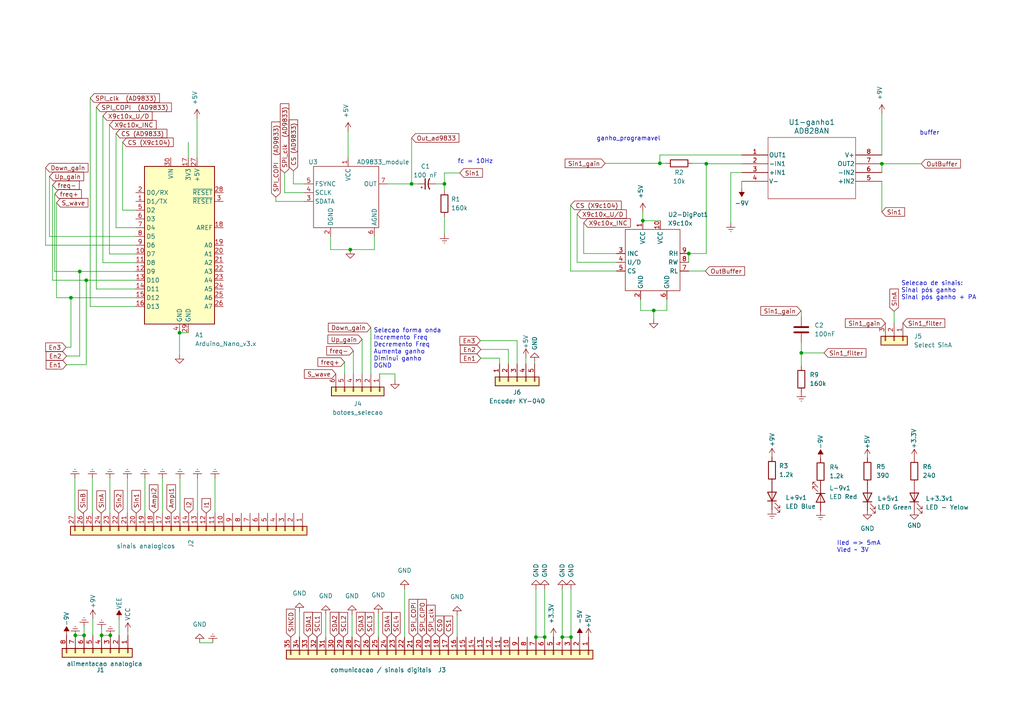
<source format=kicad_sch>
(kicad_sch (version 20230121) (generator eeschema)
  (paper "A4")
  (title_block (title "Gerador de sinais AD9833") (date "2024-06-06") (rev "v02") (company "EITduino") (comment 1 "Autor: Gustavo Pinheiro") (comment 2 "Baseado no barramento V04") (comment 3 "potenciometro digital: x9c104 (100k)"))
  (lib_symbols
    (symbol "AD828AN:AD828AN" (pin_names (offset 0.254))
      (property "Reference" "U" (at 20.32 10.16 0))
      (property "Value" "AD828AN" (at 20.32 7.62 0))
      (symbol "AD828AN_0_1"
        (pin unspecified line (at 0 0 0) (length 7.62) (name "OUT1") (number "1"))
        (pin unspecified line (at 0 -2.54 0) (length 7.62) (name "-IN1") (number "2"))
        (pin unspecified line (at 0 -5.08 0) (length 7.62) (name "+IN1") (number "3"))
        (pin power_in line (at 0 -7.62 0) (length 7.62) (name "V-") (number "4"))
        (pin unspecified line (at 40.64 -7.62 180) (length 7.62) (name "+IN2") (number "5"))
        (pin unspecified line (at 40.64 -5.08 180) (length 7.62) (name "-IN2") (number "6"))
        (pin unspecified line (at 40.64 -2.54 180) (length 7.62) (name "OUT2") (number "7"))
        (pin power_in line (at 40.64 0 180) (length 7.62) (name "V+") (number "8"))
      )
    )
    (symbol "AD9833_module:ad9833_module"
      (property "Reference" "U" (at -8.382 9.144 0))
      (property "Value" "AD9833 module" (at 18.034 -8.382 0))
      (symbol "ad9833_module_1_1"
        (pin passive line (at 0 10.16 270) (length 2.54) (name "VCC") (number "1"))
        (pin passive line (at -5.08 -12.7 90) (length 2.54) (name "DGND") (number "2"))
        (pin passive line (at -12.7 -2.54 0) (length 2.54) (name "SDATA") (number "3"))
        (pin passive line (at -12.7 0 0) (length 2.54) (name "SCLK") (number "4"))
        (pin passive line (at -12.7 2.54 0) (length 2.54) (name "FSYNC") (number "5"))
        (pin passive line (at 7.62 -12.7 90) (length 2.54) (name "AGND") (number "6"))
        (pin passive line (at 11.43 2.54 180) (length 2.54) (name "OUT") (number "7"))
      )
    )
    (symbol "Connector_Generic:Conn_01x03" (pin_names (offset 1.016) hide)
      (property "Reference" "J" (at 0 5.08 0))
      (property "Value" "Conn_01x03" (at 0 -5.08 0))
      (symbol "Conn_01x03_1_1"
        (pin passive line (at -5.08 2.54 0) (length 3.81) (name "Pin_1") (number "1"))
        (pin passive line (at -5.08 0 0) (length 3.81) (name "Pin_2") (number "2"))
        (pin passive line (at -5.08 -2.54 0) (length 3.81) (name "Pin_3") (number "3"))
      )
    )
    (symbol "Connector_Generic:Conn_01x05" (pin_names (offset 1.016) hide)
      (property "Reference" "J" (at 0 7.62 0))
      (property "Value" "Conn_01x05" (at 0 -7.62 0))
      (symbol "Conn_01x05_1_1"
        (pin passive line (at -5.08 5.08 0) (length 3.81) (name "Pin_1") (number "1"))
        (pin passive line (at -5.08 2.54 0) (length 3.81) (name "Pin_2") (number "2"))
        (pin passive line (at -5.08 0 0) (length 3.81) (name "Pin_3") (number "3"))
        (pin passive line (at -5.08 -2.54 0) (length 3.81) (name "Pin_4") (number "4"))
        (pin passive line (at -5.08 -5.08 0) (length 3.81) (name "Pin_5") (number "5"))
      )
    )
    (symbol "Connector_Generic:Conn_01x06" (pin_names (offset 1.016) hide)
      (property "Reference" "J" (at 0 7.62 0))
      (property "Value" "Conn_01x06" (at 0 -10.16 0))
      (symbol "Conn_01x06_1_1"
        (pin passive line (at -5.08 5.08 0) (length 3.81) (name "Pin_1") (number "1"))
        (pin passive line (at -5.08 2.54 0) (length 3.81) (name "Pin_2") (number "2"))
        (pin passive line (at -5.08 0 0) (length 3.81) (name "Pin_3") (number "3"))
        (pin passive line (at -5.08 -2.54 0) (length 3.81) (name "Pin_4") (number "4"))
        (pin passive line (at -5.08 -5.08 0) (length 3.81) (name "Pin_5") (number "5"))
        (pin passive line (at -5.08 -7.62 0) (length 3.81) (name "Pin_6") (number "6"))
      )
    )
    (symbol "Connector_Generic:Conn_01x08" (pin_names (offset 1.016) hide)
      (property "Reference" "J" (at 0 10.16 0))
      (property "Value" "Conn_01x08" (at 0 -12.7 0))
      (symbol "Conn_01x08_1_1"
        (pin passive line (at -5.08 7.62 0) (length 3.81) (name "Pin_1") (number "1"))
        (pin passive line (at -5.08 5.08 0) (length 3.81) (name "Pin_2") (number "2"))
        (pin passive line (at -5.08 2.54 0) (length 3.81) (name "Pin_3") (number "3"))
        (pin passive line (at -5.08 0 0) (length 3.81) (name "Pin_4") (number "4"))
        (pin passive line (at -5.08 -2.54 0) (length 3.81) (name "Pin_5") (number "5"))
        (pin passive line (at -5.08 -5.08 0) (length 3.81) (name "Pin_6") (number "6"))
        (pin passive line (at -5.08 -7.62 0) (length 3.81) (name "Pin_7") (number "7"))
        (pin passive line (at -5.08 -10.16 0) (length 3.81) (name "Pin_8") (number "8"))
      )
    )
    (symbol "Connector_Generic:Conn_01x27" (pin_names (offset 1.016) hide)
      (property "Reference" "J" (at 0 35.56 0))
      (property "Value" "Conn_01x27" (at 0 -35.56 0))
      (symbol "Conn_01x27_1_1"
        (pin passive line (at -5.08 33.02 0) (length 3.81) (name "Pin_1") (number "1"))
        (pin passive line (at -5.08 10.16 0) (length 3.81) (name "Pin_10") (number "10"))
        (pin passive line (at -5.08 7.62 0) (length 3.81) (name "Pin_11") (number "11"))
        (pin passive line (at -5.08 5.08 0) (length 3.81) (name "Pin_12") (number "12"))
        (pin passive line (at -5.08 2.54 0) (length 3.81) (name "Pin_13") (number "13"))
        (pin passive line (at -5.08 0 0) (length 3.81) (name "Pin_14") (number "14"))
        (pin passive line (at -5.08 -2.54 0) (length 3.81) (name "Pin_15") (number "15"))
        (pin passive line (at -5.08 -5.08 0) (length 3.81) (name "Pin_16") (number "16"))
        (pin passive line (at -5.08 -7.62 0) (length 3.81) (name "Pin_17") (number "17"))
        (pin passive line (at -5.08 -10.16 0) (length 3.81) (name "Pin_18") (number "18"))
        (pin passive line (at -5.08 -12.7 0) (length 3.81) (name "Pin_19") (number "19"))
        (pin passive line (at -5.08 30.48 0) (length 3.81) (name "Pin_2") (number "2"))
        (pin passive line (at -5.08 -15.24 0) (length 3.81) (name "Pin_20") (number "20"))
        (pin passive line (at -5.08 -17.78 0) (length 3.81) (name "Pin_21") (number "21"))
        (pin passive line (at -5.08 -20.32 0) (length 3.81) (name "Pin_22") (number "22"))
        (pin passive line (at -5.08 -22.86 0) (length 3.81) (name "Pin_23") (number "23"))
        (pin passive line (at -5.08 -25.4 0) (length 3.81) (name "Pin_24") (number "24"))
        (pin passive line (at -5.08 -27.94 0) (length 3.81) (name "Pin_25") (number "25"))
        (pin passive line (at -5.08 -30.48 0) (length 3.81) (name "Pin_26") (number "26"))
        (pin passive line (at -5.08 -33.02 0) (length 3.81) (name "Pin_27") (number "27"))
        (pin passive line (at -5.08 27.94 0) (length 3.81) (name "Pin_3") (number "3"))
        (pin passive line (at -5.08 25.4 0) (length 3.81) (name "Pin_4") (number "4"))
        (pin passive line (at -5.08 22.86 0) (length 3.81) (name "Pin_5") (number "5"))
        (pin passive line (at -5.08 20.32 0) (length 3.81) (name "Pin_6") (number "6"))
        (pin passive line (at -5.08 17.78 0) (length 3.81) (name "Pin_7") (number "7"))
        (pin passive line (at -5.08 15.24 0) (length 3.81) (name "Pin_8") (number "8"))
        (pin passive line (at -5.08 12.7 0) (length 3.81) (name "Pin_9") (number "9"))
      )
    )
    (symbol "Connector_Generic:Conn_01x35" (pin_names (offset 1.016) hide)
      (property "Reference" "J" (at 0 45.72 0))
      (property "Value" "Conn_01x35" (at 0 -45.72 0))
      (symbol "Conn_01x35_1_1"
        (pin passive line (at -5.08 43.18 0) (length 3.81) (name "Pin_1") (number "1"))
        (pin passive line (at -5.08 20.32 0) (length 3.81) (name "Pin_10") (number "10"))
        (pin passive line (at -5.08 17.78 0) (length 3.81) (name "Pin_11") (number "11"))
        (pin passive line (at -5.08 15.24 0) (length 3.81) (name "Pin_12") (number "12"))
        (pin passive line (at -5.08 12.7 0) (length 3.81) (name "Pin_13") (number "13"))
        (pin passive line (at -5.08 10.16 0) (length 3.81) (name "Pin_14") (number "14"))
        (pin passive line (at -5.08 7.62 0) (length 3.81) (name "Pin_15") (number "15"))
        (pin passive line (at -5.08 5.08 0) (length 3.81) (name "Pin_16") (number "16"))
        (pin passive line (at -5.08 2.54 0) (length 3.81) (name "Pin_17") (number "17"))
        (pin passive line (at -5.08 0 0) (length 3.81) (name "Pin_18") (number "18"))
        (pin passive line (at -5.08 -2.54 0) (length 3.81) (name "Pin_19") (number "19"))
        (pin passive line (at -5.08 40.64 0) (length 3.81) (name "Pin_2") (number "2"))
        (pin passive line (at -5.08 -5.08 0) (length 3.81) (name "Pin_20") (number "20"))
        (pin passive line (at -5.08 -7.62 0) (length 3.81) (name "Pin_21") (number "21"))
        (pin passive line (at -5.08 -10.16 0) (length 3.81) (name "Pin_22") (number "22"))
        (pin passive line (at -5.08 -12.7 0) (length 3.81) (name "Pin_23") (number "23"))
        (pin passive line (at -5.08 -15.24 0) (length 3.81) (name "Pin_24") (number "24"))
        (pin passive line (at -5.08 -17.78 0) (length 3.81) (name "Pin_25") (number "25"))
        (pin passive line (at -5.08 -20.32 0) (length 3.81) (name "Pin_26") (number "26"))
        (pin passive line (at -5.08 -22.86 0) (length 3.81) (name "Pin_27") (number "27"))
        (pin passive line (at -5.08 -25.4 0) (length 3.81) (name "Pin_28") (number "28"))
        (pin passive line (at -5.08 -27.94 0) (length 3.81) (name "Pin_29") (number "29"))
        (pin passive line (at -5.08 38.1 0) (length 3.81) (name "Pin_3") (number "3"))
        (pin passive line (at -5.08 -30.48 0) (length 3.81) (name "Pin_30") (number "30"))
        (pin passive line (at -5.08 -33.02 0) (length 3.81) (name "Pin_31") (number "31"))
        (pin passive line (at -5.08 -35.56 0) (length 3.81) (name "Pin_32") (number "32"))
        (pin passive line (at -5.08 -38.1 0) (length 3.81) (name "Pin_33") (number "33"))
        (pin passive line (at -5.08 -40.64 0) (length 3.81) (name "Pin_34") (number "34"))
        (pin passive line (at -5.08 -43.18 0) (length 3.81) (name "Pin_35") (number "35"))
        (pin passive line (at -5.08 35.56 0) (length 3.81) (name "Pin_4") (number "4"))
        (pin passive line (at -5.08 33.02 0) (length 3.81) (name "Pin_5") (number "5"))
        (pin passive line (at -5.08 30.48 0) (length 3.81) (name "Pin_6") (number "6"))
        (pin passive line (at -5.08 27.94 0) (length 3.81) (name "Pin_7") (number "7"))
        (pin passive line (at -5.08 25.4 0) (length 3.81) (name "Pin_8") (number "8"))
        (pin passive line (at -5.08 22.86 0) (length 3.81) (name "Pin_9") (number "9"))
      )
    )
    (symbol "Device:C" (pin_numbers hide) (pin_names (offset 0.254))
      (property "Reference" "C" (at 0.635 2.54 0))
      (property "Value" "C" (at 0.635 -2.54 0))
      (symbol "C_1_1"
        (pin passive line (at 0 3.81 270) (length 2.794) (name "~") (number "1"))
        (pin passive line (at 0 -3.81 90) (length 2.794) (name "~") (number "2"))
      )
    )
    (symbol "Device:C_Polarized_Small_US" (pin_numbers hide) (pin_names (offset 0.254) hide)
      (property "Reference" "C" (at 0.254 1.778 0))
      (property "Value" "C_Polarized_Small_US" (at 0.254 -2.032 0))
      (symbol "C_Polarized_Small_US_1_1"
        (pin passive line (at 0 2.54 270) (length 2.032) (name "~") (number "1"))
        (pin passive line (at 0 -2.54 90) (length 2.032) (name "~") (number "2"))
      )
    )
    (symbol "Device:LED" (pin_numbers hide) (pin_names (offset 1.016) hide)
      (property "Reference" "D" (at 0 2.54 0))
      (property "Value" "LED" (at 0 -2.54 0))
      (symbol "LED_1_1"
        (pin passive line (at -3.81 0 0) (length 2.54) (name "K") (number "1"))
        (pin passive line (at 3.81 0 180) (length 2.54) (name "A") (number "2"))
      )
    )
    (symbol "Device:R" (pin_numbers hide) (pin_names (offset 0))
      (property "Reference" "R" (at 2.032 0 90))
      (property "Value" "R" (at 0 0 90))
      (symbol "R_1_1"
        (pin passive line (at 0 3.81 270) (length 1.27) (name "~") (number "1"))
        (pin passive line (at 0 -3.81 90) (length 1.27) (name "~") (number "2"))
      )
    )
    (symbol "MCU_Module:Arduino_Nano_v3.x"
      (property "Reference" "A" (at -10.16 23.495 0))
      (property "Value" "Arduino_Nano_v3.x" (at 5.08 -24.13 0))
      (symbol "Arduino_Nano_v3.x_1_1"
        (pin bidirectional line (at -12.7 12.7 0) (length 2.54) (name "D1/TX") (number "1"))
        (pin bidirectional line (at -12.7 -2.54 0) (length 2.54) (name "D7") (number "10"))
        (pin bidirectional line (at -12.7 -5.08 0) (length 2.54) (name "D8") (number "11"))
        (pin bidirectional line (at -12.7 -7.62 0) (length 2.54) (name "D9") (number "12"))
        (pin bidirectional line (at -12.7 -10.16 0) (length 2.54) (name "D10") (number "13"))
        (pin bidirectional line (at -12.7 -12.7 0) (length 2.54) (name "D11") (number "14"))
        (pin bidirectional line (at -12.7 -15.24 0) (length 2.54) (name "D12") (number "15"))
        (pin bidirectional line (at -12.7 -17.78 0) (length 2.54) (name "D13") (number "16"))
        (pin power_out line (at 2.54 25.4 270) (length 2.54) (name "3V3") (number "17"))
        (pin input line (at 12.7 5.08 180) (length 2.54) (name "AREF") (number "18"))
        (pin bidirectional line (at 12.7 0 180) (length 2.54) (name "A0") (number "19"))
        (pin bidirectional line (at -12.7 15.24 0) (length 2.54) (name "D0/RX") (number "2"))
        (pin bidirectional line (at 12.7 -2.54 180) (length 2.54) (name "A1") (number "20"))
        (pin bidirectional line (at 12.7 -5.08 180) (length 2.54) (name "A2") (number "21"))
        (pin bidirectional line (at 12.7 -7.62 180) (length 2.54) (name "A3") (number "22"))
        (pin bidirectional line (at 12.7 -10.16 180) (length 2.54) (name "A4") (number "23"))
        (pin bidirectional line (at 12.7 -12.7 180) (length 2.54) (name "A5") (number "24"))
        (pin bidirectional line (at 12.7 -15.24 180) (length 2.54) (name "A6") (number "25"))
        (pin bidirectional line (at 12.7 -17.78 180) (length 2.54) (name "A7") (number "26"))
        (pin power_out line (at 5.08 25.4 270) (length 2.54) (name "+5V") (number "27"))
        (pin input line (at 12.7 15.24 180) (length 2.54) (name "~{RESET}") (number "28"))
        (pin power_in line (at 2.54 -25.4 90) (length 2.54) (name "GND") (number "29"))
        (pin input line (at 12.7 12.7 180) (length 2.54) (name "~{RESET}") (number "3"))
        (pin power_in line (at -2.54 25.4 270) (length 2.54) (name "VIN") (number "30"))
        (pin power_in line (at 0 -25.4 90) (length 2.54) (name "GND") (number "4"))
        (pin bidirectional line (at -12.7 10.16 0) (length 2.54) (name "D2") (number "5"))
        (pin bidirectional line (at -12.7 7.62 0) (length 2.54) (name "D3") (number "6"))
        (pin bidirectional line (at -12.7 5.08 0) (length 2.54) (name "D4") (number "7"))
        (pin bidirectional line (at -12.7 2.54 0) (length 2.54) (name "D5") (number "8"))
        (pin bidirectional line (at -12.7 0 0) (length 2.54) (name "D6") (number "9"))
      )
    )
    (symbol "X9c10X_module:X9c10X_module"
      (property "Reference" "U" (at -8.89 10.795 0))
      (property "Value" "X9c10x" (at 12.7 -8.89 0))
      (symbol "X9c10X_module_1_1"
        (pin passive line (at -2.54 12.065 270) (length 2.54) (name "VCC") (number "1"))
        (pin passive line (at 2.54 12.065 270) (length 2.54) (name "VCC") (number "10"))
        (pin passive line (at -3.175 -10.795 90) (length 2.54) (name "GND") (number "2"))
        (pin passive line (at -10.16 2.54 0) (length 2.54) (name "INC") (number "3"))
        (pin passive line (at -10.16 0 0) (length 2.54) (name "U/D") (number "4"))
        (pin passive line (at -10.16 -2.54 0) (length 2.54) (name "CS") (number "5"))
        (pin passive line (at 4.445 -10.795 90) (length 2.54) (name "GND") (number "6"))
        (pin passive line (at 10.795 -2.54 180) (length 2.54) (name "RL") (number "7"))
        (pin passive line (at 10.795 0 180) (length 2.54) (name "RW") (number "8"))
        (pin passive line (at 10.795 2.54 180) (length 2.54) (name "RH") (number "9"))
      )
    )
    (symbol "power:+3.3V" (power) (pin_names (offset 0))
      (property "Value" "+3.3V" (at 0 3.556 0))
      (symbol "+3.3V_1_1"
        (pin power_in line (at 0 0 90) (length 0) hide (name "+3.3V") (number "1"))
      )
    )
    (symbol "power:+5V" (power) (pin_names (offset 0))
      (property "Value" "+5V" (at 0 3.556 0))
      (symbol "+5V_1_1"
        (pin power_in line (at 0 0 90) (length 0) hide (name "+5V") (number "1"))
      )
    )
    (symbol "power:+9V" (power) (pin_names (offset 0))
      (property "Value" "+9V" (at 0 3.556 0))
      (symbol "+9V_1_1"
        (pin power_in line (at 0 0 90) (length 0) hide (name "+9V") (number "1"))
      )
    )
    (symbol "power:-5V" (power) (pin_names (offset 0))
      (property "Value" "-5V" (at 0 3.81 0))
      (symbol "-5V_0_0"
        (pin power_in line (at 0 0 90) (length 0) hide (name "-5V") (number "1"))
      )
    )
    (symbol "power:-9V" (power) (pin_names (offset 0))
      (property "Value" "-9V" (at 0 3.81 0))
      (symbol "-9V_1_1"
        (pin power_in line (at 0 0 90) (length 0) hide (name "-9V") (number "1"))
      )
    )
    (symbol "power:Earth" (power) (pin_names (offset 0))
      (symbol "Earth_1_1"
        (pin power_in line (at 0 0 270) (length 0) hide (name "Earth") (number "1"))
      )
    )
    (symbol "power:GND" (power) (pin_names (offset 0))
      (property "Value" "GND" (at 0 -3.81 0))
      (symbol "GND_1_1"
        (pin power_in line (at 0 0 270) (length 0) hide (name "GND") (number "1"))
      )
    )
    (symbol "power:VCC" (power) (pin_names (offset 0))
      (property "Value" "VCC" (at 0 3.81 0))
      (symbol "VCC_1_1"
        (pin power_in line (at 0 0 90) (length 0) hide (name "VCC") (number "1"))
      )
    )
    (symbol "power:VEE" (power) (pin_names (offset 0))
      (property "Value" "VEE" (at 0 3.81 0))
      (symbol "VEE_1_1"
        (pin power_in line (at 0 0 90) (length 0) hide (name "VEE") (number "1"))
      )
    )
  )
  (junction (at 52.07 96.52))
  (junction (at 204.851 47.498))
  (junction (at 199.771 73.533))
  (junction (at 128.905 53.34))
  (junction (at 165.608 184.785))
  (junction (at 25.019 81.28))
  (junction (at 155.448 184.785))
  (junction (at 255.778 47.498))
  (junction (at 20.574 86.36))
  (junction (at 101.6 72.39))
  (junction (at 189.611 90.043))
  (junction (at 157.988 184.785))
  (junction (at 29.4628 184.277))
  (junction (at 119.38 53.34))
  (junction (at 21.8428 184.277))
  (junction (at 32.0028 184.277))
  (junction (at 23.114 78.74))
  (junction (at 24.3828 184.277))
  (junction (at 191.389 47.371))
  (junction (at 163.068 184.785))
  (junction (at 186.436 64.008))
  (junction (at 232.41 102.362))
  (wire (pts (xy 232.283 90.17) (xy 232.41 90.17)))
  (wire (pts (xy 144.907 103.886) (xy 144.907 105.537)))
  (wire (pts (xy 152.527 103.759) (xy 152.527 105.537)))
  (wire (pts (xy 39.37 86.36) (xy 20.574 86.36)))
  (wire (pts (xy 193.421 90.043) (xy 189.611 90.043)))
  (wire (pts (xy 149.987 105.537) (xy 149.987 98.806)))
  (wire (pts (xy 57.15 34.29) (xy 57.15 45.72)))
  (wire (pts (xy 163.068 170.815) (xy 163.068 184.785)))
  (wire (pts (xy 27.94 31.115) (xy 27.94 83.82)))
  (wire (pts (xy 39.37 71.12) (xy 13.208 71.12)))
  (wire (pts (xy 204.851 47.498) (xy 204.851 47.371)))
  (wire (pts (xy 34.543 184.277) (xy 34.5428 184.277)))
  (wire (pts (xy 155.067 104.902) (xy 155.067 105.537)))
  (wire (pts (xy 27.94 83.82) (xy 39.37 83.82)))
  (wire (pts (xy 25.019 105.791) (xy 25.019 81.28)))
  (wire (pts (xy 24.3828 181.737) (xy 24.3828 184.277)))
  (wire (pts (xy 100.965 38.1) (xy 100.965 45.72)))
  (wire (pts (xy 204.851 47.498) (xy 215.138 47.498)))
  (wire (pts (xy 26.162 28.448) (xy 26.162 88.9)))
  (wire (pts (xy 80.01 58.42) (xy 88.265 58.42)))
  (wire (pts (xy 108.585 72.39) (xy 101.6 72.39)))
  (wire (pts (xy 39.37 66.04) (xy 33.655 66.04)))
  (wire (pts (xy 167.386 62.103) (xy 167.386 76.073)))
  (wire (pts (xy 189.611 90.043) (xy 185.801 90.043)))
  (wire (pts (xy 29.845 33.655) (xy 29.845 76.2)))
  (wire (pts (xy 19.304 103.251) (xy 23.114 103.251)))
  (wire (pts (xy 259.334 90.297) (xy 259.334 93.726)))
  (wire (pts (xy 169.291 64.643) (xy 169.291 73.533)))
  (wire (pts (xy 54.61 41.275) (xy 54.61 45.72)))
  (wire (pts (xy 21.717 138.684) (xy 21.717 148.844)))
  (wire (pts (xy 34.543 179.5939) (xy 34.543 184.277)))
  (wire (pts (xy 139.446 101.346) (xy 147.447 101.346)))
  (wire (pts (xy 26.162 88.9) (xy 39.37 88.9)))
  (wire (pts (xy 85.09 53.34) (xy 88.265 53.34)))
  (wire (pts (xy 82.55 55.88) (xy 88.265 55.88)))
  (wire (pts (xy 26.9228 179.451) (xy 26.9228 184.277)))
  (wire (pts (xy 189.611 90.043) (xy 189.611 92.583)))
  (wire (pts (xy 36.957 138.684) (xy 36.957 148.844)))
  (wire (pts (xy 128.905 50.165) (xy 133.35 50.165)))
  (wire (pts (xy 211.963 50.038) (xy 215.138 50.038)))
  (wire (pts (xy 255.778 52.578) (xy 255.778 61.468)))
  (wire (pts (xy 21.8428 184.277) (xy 24.3828 184.277)))
  (wire (pts (xy 255.778 47.498) (xy 255.778 50.038)))
  (wire (pts (xy 57.277 138.684) (xy 57.277 148.844)))
  (wire (pts (xy 211.963 64.643) (xy 211.963 50.038)))
  (wire (pts (xy 37.084 183.17) (xy 37.084 184.277)))
  (wire (pts (xy 39.37 68.58) (xy 14.351 68.58)))
  (wire (pts (xy 101.6 72.39) (xy 95.885 72.39)))
  (wire (pts (xy 24.257 148.844) (xy 24.003 148.844)))
  (wire (pts (xy 39.37 78.74) (xy 23.114 78.74)))
  (wire (pts (xy 85.09 49.53) (xy 85.09 53.34)))
  (wire (pts (xy 102.108 178.181) (xy 102.108 184.785)))
  (wire (pts (xy 31.75 73.66) (xy 39.37 73.66)))
  (wire (pts (xy 169.291 73.533) (xy 178.816 73.533)))
  (wire (pts (xy 52.07 96.52) (xy 54.61 96.52)))
  (wire (pts (xy 204.851 73.533) (xy 204.851 47.498)))
  (wire (pts (xy 139.446 103.886) (xy 144.907 103.886)))
  (wire (pts (xy 86.868 177.419) (xy 86.868 184.785)))
  (wire (pts (xy 191.389 44.958) (xy 215.138 44.958)))
  (wire (pts (xy 128.905 62.865) (xy 128.905 67.945)))
  (wire (pts (xy 128.905 53.34) (xy 128.905 55.245)))
  (wire (pts (xy 25.019 81.28) (xy 15.24 81.28)))
  (wire (pts (xy 114.554 110.236) (xy 114.554 108.458)))
  (wire (pts (xy 147.447 101.346) (xy 147.447 105.537)))
  (wire (pts (xy 35.56 41.275) (xy 35.56 60.96)))
  (wire (pts (xy 29.4628 184.277) (xy 32.0028 184.277)))
  (wire (pts (xy 31.877 138.684) (xy 31.877 148.844)))
  (wire (pts (xy 23.114 78.74) (xy 23.114 103.251)))
  (wire (pts (xy 155.448 184.785) (xy 157.988 184.785)))
  (wire (pts (xy 163.068 184.785) (xy 165.608 184.785)))
  (wire (pts (xy 95.885 72.39) (xy 95.885 68.58)))
  (wire (pts (xy 200.787 47.371) (xy 204.851 47.371)))
  (wire (pts (xy 155.448 170.815) (xy 155.448 184.785)))
  (wire (pts (xy 19.177 100.711) (xy 20.574 100.711)))
  (wire (pts (xy 52.07 96.52) (xy 52.07 102.87)))
  (wire (pts (xy 193.167 47.371) (xy 191.389 47.371)))
  (wire (pts (xy 52.197 138.684) (xy 52.197 148.844)))
  (wire (pts (xy 128.905 50.165) (xy 128.905 53.34)))
  (wire (pts (xy 62.357 138.684) (xy 62.357 148.844)))
  (wire (pts (xy 99.949 105.029) (xy 99.949 108.458)))
  (wire (pts (xy 232.41 102.362) (xy 232.41 106.172)))
  (wire (pts (xy 23.114 78.74) (xy 15.875 78.74)))
  (wire (pts (xy 191.389 47.371) (xy 175.514 47.371)))
  (wire (pts (xy 20.574 100.711) (xy 20.574 86.36)))
  (wire (pts (xy 239.014 102.362) (xy 232.41 102.362)))
  (wire (pts (xy 157.988 170.815) (xy 157.988 184.785)))
  (wire (pts (xy 29.4611 182.3856) (xy 29.4611 183.597)))
  (wire (pts (xy 37.0828 184.277) (xy 37.084 184.277)))
  (wire (pts (xy 165.608 170.815) (xy 165.608 184.785)))
  (wire (pts (xy 193.421 90.043) (xy 193.421 86.868)))
  (wire (pts (xy 165.481 78.613) (xy 178.816 78.613)))
  (wire (pts (xy 112.395 53.34) (xy 119.38 53.34)))
  (wire (pts (xy 39.37 81.28) (xy 25.019 81.28)))
  (wire (pts (xy 167.386 76.073) (xy 178.816 76.073)))
  (wire (pts (xy 82.55 50.165) (xy 82.55 55.88)))
  (wire (pts (xy 109.728 177.927) (xy 109.728 184.785)))
  (wire (pts (xy 128.905 53.34) (xy 126.365 53.34)))
  (wire (pts (xy 255.778 32.893) (xy 255.778 44.958)))
  (wire (pts (xy 13.208 48.641) (xy 13.208 71.12)))
  (wire (pts (xy 102.489 101.727) (xy 102.489 108.458)))
  (wire (pts (xy 165.481 59.563) (xy 165.481 78.613)))
  (wire (pts (xy 108.585 68.58) (xy 108.585 72.39)))
  (wire (pts (xy 117.348 170.815) (xy 117.348 184.785)))
  (wire (pts (xy 29.4628 183.597) (xy 29.4628 184.277)))
  (wire (pts (xy 29.845 76.2) (xy 39.37 76.2)))
  (wire (pts (xy 94.488 178.181) (xy 94.488 184.785)))
  (wire (pts (xy 186.436 64.008) (xy 191.516 64.008)))
  (wire (pts (xy 232.41 90.17) (xy 232.41 91.821)))
  (wire (pts (xy 15.24 53.721) (xy 15.24 81.28)))
  (wire (pts (xy 232.41 99.441) (xy 232.41 102.362)))
  (wire (pts (xy 26.797 138.684) (xy 26.797 148.844)))
  (wire (pts (xy 199.771 73.533) (xy 199.771 76.073)))
  (wire (pts (xy 215.138 52.578) (xy 215.138 54.483)))
  (wire (pts (xy 29.4611 183.597) (xy 29.4628 183.597)))
  (wire (pts (xy 47.117 138.684) (xy 47.117 148.844)))
  (wire (pts (xy 105.029 98.425) (xy 105.029 108.458)))
  (wire (pts (xy 42.037 138.684) (xy 42.037 148.844)))
  (wire (pts (xy 204.597 78.613) (xy 199.771 78.613)))
  (wire (pts (xy 119.38 40.005) (xy 119.38 53.34)))
  (wire (pts (xy 19.304 105.791) (xy 25.019 105.791)))
  (wire (pts (xy 57.912 186.436) (xy 61.722 186.436)))
  (wire (pts (xy 149.987 98.806) (xy 139.319 98.806)))
  (wire (pts (xy 16.383 58.801) (xy 16.383 86.36)))
  (wire (pts (xy 107.569 94.996) (xy 107.569 108.458)))
  (wire (pts (xy 204.851 73.533) (xy 199.771 73.533)))
  (wire (pts (xy 114.554 108.458) (xy 110.109 108.458)))
  (wire (pts (xy 185.801 90.043) (xy 185.801 86.868)))
  (wire (pts (xy 191.389 44.958) (xy 191.389 47.371)))
  (wire (pts (xy 80.01 57.15) (xy 80.01 58.42)))
  (wire (pts (xy 186.436 61.468) (xy 186.436 64.008)))
  (wire (pts (xy 33.655 38.735) (xy 33.655 66.04)))
  (wire (pts (xy 14.351 51.181) (xy 14.351 68.58)))
  (wire (pts (xy 39.37 60.96) (xy 35.56 60.96)))
  (wire (pts (xy 132.588 178.435) (xy 132.588 184.785)))
  (wire (pts (xy 15.875 56.261) (xy 15.875 78.74)))
  (wire (pts (xy 119.38 53.34) (xy 121.285 53.34)))
  (wire (pts (xy 31.75 36.195) (xy 31.75 73.66)))
  (wire (pts (xy 20.574 86.36) (xy 16.383 86.36)))
  (wire (pts (xy 255.778 47.498) (xy 267.208 47.498)))
  (text "ganho_programavel\n" (at 172.974 41.021 0) (effects (font (size 1.27 1.27)) (justify left bottom)))
  (text "Selecao forma onda \nIncremento Freq\nDecremento Freq\nAumenta ganho\nDiminui ganho\nDGND" (at 108.331 106.934 0) (effects (font (size 1.27 1.27)) (justify left bottom)))
  (text "Iled => 5mA\nVled ~ 3V" (at 242.697 160.401 0) (effects (font (size 1.27 1.27)) (justify left bottom)))
  (text "Selecao de sinais:\nSinal pós ganho\nSinal pós ganho + PA \n\n" (at 261.366 89.154 0) (effects (font (size 1.27 1.27)) (justify left bottom)))
  (text "fc = 10Hz\n" (at 132.715 47.625 0) (effects (font (size 1.27 1.27)) (justify left bottom)))
  (text "buffer" (at 266.7 39.37 0) (effects (font (size 1.27 1.27)) (justify left bottom)))
  (global_label "X9c10x_INC" (shape input) (at 31.75 36.195 0) (property "Intersheetrefs" "${INTERSHEET_REFS}" (effects hide)))
  (global_label "I2" (shape input) (at 54.737 148.844 90) (property "Intersheetrefs" "${INTERSHEET_REFS}" (effects hide)))
  (global_label "Sin1_gain" (shape input) (at 256.794 93.726 180) (property "Intersheetrefs" "${INTERSHEET_REFS}" (effects hide)))
  (global_label "Down_gain" (shape input) (at 13.208 48.641 0) (property "Intersheetrefs" "${INTERSHEET_REFS}" (effects hide)))
  (global_label "Ampl1" (shape input) (at 49.657 148.844 90) (property "Intersheetrefs" "${INTERSHEET_REFS}" (effects hide)))
  (global_label "En2" (shape input) (at 139.446 101.346 180) (property "Intersheetrefs" "${INTERSHEET_REFS}" (effects hide)))
  (global_label "SinA" (shape input) (at 259.334 90.297 90) (property "Intersheetrefs" "${INTERSHEET_REFS}" (effects hide)))
  (global_label "SCL1" (shape input) (at 91.948 184.785 90) (property "Intersheetrefs" "${INTERSHEET_REFS}" (effects hide)))
  (global_label "Up_gain" (shape input) (at 14.351 51.181 0) (property "Intersheetrefs" "${INTERSHEET_REFS}" (effects hide)))
  (global_label "Down_gain" (shape input) (at 107.569 94.996 180) (property "Intersheetrefs" "${INTERSHEET_REFS}" (effects hide)))
  (global_label "SCL4" (shape input) (at 114.808 184.785 90) (property "Intersheetrefs" "${INTERSHEET_REFS}" (effects hide)))
  (global_label "SCL3" (shape input) (at 107.188 184.785 90) (property "Intersheetrefs" "${INTERSHEET_REFS}" (effects hide)))
  (global_label "freq-" (shape input) (at 102.489 101.727 180) (property "Intersheetrefs" "${INTERSHEET_REFS}" (effects hide)))
  (global_label "SDA3" (shape input) (at 104.648 184.785 90) (property "Intersheetrefs" "${INTERSHEET_REFS}" (effects hide)))
  (global_label "Sin1_gain" (shape input) (at 232.283 90.17 180) (property "Intersheetrefs" "${INTERSHEET_REFS}" (effects hide)))
  (global_label "SDA4" (shape input) (at 112.268 184.785 90) (property "Intersheetrefs" "${INTERSHEET_REFS}" (effects hide)))
  (global_label "En3" (shape input) (at 139.319 98.806 180) (property "Intersheetrefs" "${INTERSHEET_REFS}" (effects hide)))
  (global_label "Sin1_gain" (shape input) (at 175.514 47.371 180) (property "Intersheetrefs" "${INTERSHEET_REFS}" (effects hide)))
  (global_label "En1" (shape input) (at 19.304 105.791 180) (property "Intersheetrefs" "${INTERSHEET_REFS}" (effects hide)))
  (global_label "SINCD" (shape input) (at 84.328 184.785 90) (property "Intersheetrefs" "${INTERSHEET_REFS}" (effects hide)))
  (global_label "freq+" (shape input) (at 15.875 56.261 0) (property "Intersheetrefs" "${INTERSHEET_REFS}" (effects hide)))
  (global_label "Ampl2" (shape input) (at 44.577 148.844 90) (property "Intersheetrefs" "${INTERSHEET_REFS}" (effects hide)))
  (global_label "Sin1_filter" (shape input) (at 239.014 102.362 0) (property "Intersheetrefs" "${INTERSHEET_REFS}" (effects hide)))
  (global_label "S_wave" (shape input) (at 16.383 58.801 0) (property "Intersheetrefs" "${INTERSHEET_REFS}" (effects hide)))
  (global_label "SinA" (shape input) (at 29.337 148.844 90) (property "Intersheetrefs" "${INTERSHEET_REFS}" (effects hide)))
  (global_label "S_wave" (shape input) (at 97.409 108.458 180) (property "Intersheetrefs" "${INTERSHEET_REFS}" (effects hide)))
  (global_label "SDA1" (shape input) (at 89.408 184.785 90) (property "Intersheetrefs" "${INTERSHEET_REFS}" (effects hide)))
  (global_label "En2" (shape input) (at 19.304 103.251 180) (property "Intersheetrefs" "${INTERSHEET_REFS}" (effects hide)))
  (global_label "SPI_COPI" (shape input) (at 119.888 184.785 90) (property "Intersheetrefs" "${INTERSHEET_REFS}" (effects hide)))
  (global_label "X9c10x_U{slash}D" (shape input) (at 167.386 62.103 0) (property "Intersheetrefs" "${INTERSHEET_REFS}" (effects hide)))
  (global_label "freq-" (shape input) (at 15.24 53.721 0) (property "Intersheetrefs" "${INTERSHEET_REFS}" (effects hide)))
  (global_label "CS0" (shape input) (at 127.508 184.785 90) (property "Intersheetrefs" "${INTERSHEET_REFS}" (effects hide)))
  (global_label "CS (X9c104)" (shape input) (at 165.481 59.563 0) (property "Intersheetrefs" "${INTERSHEET_REFS}" (effects hide)))
  (global_label "En3" (shape input) (at 19.177 100.711 180) (property "Intersheetrefs" "${INTERSHEET_REFS}" (effects hide)))
  (global_label "SDA2" (shape input) (at 97.028 184.785 90) (property "Intersheetrefs" "${INTERSHEET_REFS}" (effects hide)))
  (global_label "OutBuffer" (shape input) (at 267.208 47.498 0) (property "Intersheetrefs" "${INTERSHEET_REFS}" (effects hide)))
  (global_label "Up_gain" (shape input) (at 105.029 98.425 180) (property "Intersheetrefs" "${INTERSHEET_REFS}" (effects hide)))
  (global_label "CS (AD9833)" (shape input) (at 85.09 49.53 90) (property "Intersheetrefs" "${INTERSHEET_REFS}" (effects hide)))
  (global_label "CS (X9c104)" (shape input) (at 35.56 41.275 0) (property "Intersheetrefs" "${INTERSHEET_REFS}" (effects hide)))
  (global_label "I1" (shape input) (at 59.817 148.844 90) (property "Intersheetrefs" "${INTERSHEET_REFS}" (effects hide)))
  (global_label "CS (AD9833)" (shape input) (at 33.655 38.735 0) (property "Intersheetrefs" "${INTERSHEET_REFS}" (effects hide)))
  (global_label "SPI_clk" (shape input) (at 124.968 184.785 90) (property "Intersheetrefs" "${INTERSHEET_REFS}" (effects hide)))
  (global_label "X9c10x_U{slash}D" (shape input) (at 29.845 33.655 0) (property "Intersheetrefs" "${INTERSHEET_REFS}" (effects hide)))
  (global_label "CS1" (shape input) (at 130.048 184.785 90) (property "Intersheetrefs" "${INTERSHEET_REFS}" (effects hide)))
  (global_label "SPI_COPI  (AD9833)" (shape input) (at 27.94 31.115 0) (property "Intersheetrefs" "${INTERSHEET_REFS}" (effects hide)))
  (global_label "Sin1" (shape input) (at 255.778 61.468 0) (property "Intersheetrefs" "${INTERSHEET_REFS}" (effects hide)))
  (global_label "SPI_COPI  (AD9833)" (shape input) (at 80.01 57.15 90) (property "Intersheetrefs" "${INTERSHEET_REFS}" (effects hide)))
  (global_label "SPI_clk  (AD9833)" (shape input) (at 26.162 28.448 0) (property "Intersheetrefs" "${INTERSHEET_REFS}" (effects hide)))
  (global_label "X9c10x_INC" (shape input) (at 169.291 64.643 0) (property "Intersheetrefs" "${INTERSHEET_REFS}" (effects hide)))
  (global_label "Sin2" (shape input) (at 34.417 148.844 90) (property "Intersheetrefs" "${INTERSHEET_REFS}" (effects hide)))
  (global_label "SCL2" (shape input) (at 99.568 184.785 90) (property "Intersheetrefs" "${INTERSHEET_REFS}" (effects hide)))
  (global_label "SPI_CIPO" (shape input) (at 122.428 184.785 90) (property "Intersheetrefs" "${INTERSHEET_REFS}" (effects hide)))
  (global_label "SPI_clk  (AD9833)" (shape input) (at 82.55 50.165 90) (property "Intersheetrefs" "${INTERSHEET_REFS}" (effects hide)))
  (global_label "Sin1" (shape input) (at 133.35 50.165 0) (property "Intersheetrefs" "${INTERSHEET_REFS}" (effects hide)))
  (global_label "freq+" (shape input) (at 99.949 105.029 180) (property "Intersheetrefs" "${INTERSHEET_REFS}" (effects hide)))
  (global_label "Sin1_filter" (shape input) (at 261.874 93.726 0) (property "Intersheetrefs" "${INTERSHEET_REFS}" (effects hide)))
  (global_label "Out_ad9833" (shape input) (at 119.38 40.005 0) (property "Intersheetrefs" "${INTERSHEET_REFS}" (effects hide)))
  (global_label "En1" (shape input) (at 139.446 103.886 180) (property "Intersheetrefs" "${INTERSHEET_REFS}" (effects hide)))
  (global_label "OutBuffer" (shape input) (at 204.597 78.613 0) (property "Intersheetrefs" "${INTERSHEET_REFS}" (effects hide)))
  (global_label "Sin1" (shape input) (at 39.497 148.844 90) (property "Intersheetrefs" "${INTERSHEET_REFS}" (effects hide)))
  (global_label "SinB" (shape input) (at 24.003 148.844 90) (property "Intersheetrefs" "${INTERSHEET_REFS}" (effects hide)))
  (symbol (lib_id "power:GND") (at 94.488 178.181 180) (unit 1)
    (property "Reference" "#PWR028" (effects hide))
    (property "Value" "GND" (at 94.488 172.847 0))
  )
  (symbol (lib_id "Device:R") (at 128.905 59.055 0) (unit 1)
    (property "Reference" "R1" (at 130.81 57.785 0) (effects (justify left)))
    (property "Value" "160k" (at 130.81 60.325 0) (effects (justify left)))
    (property "Footprint" "Resistor_THT:R_Axial_DIN0204_L3.6mm_D1.6mm_P5.08mm_Horizontal" (effects hide))
  )
  (symbol (lib_id "power:Earth") (at 211.963 64.643 0) (unit 1)
    (property "Reference" "#PWR015" (effects hide))
    (property "Value" "Earth" (effects hide))
  )
  (symbol (lib_id "power:VEE") (at 34.543 179.5939 0) (unit 1)
    (property "Reference" "#PWR055" (effects hide))
    (property "Value" "VEE" (at 34.5392 174.9835 90))
  )
  (symbol (lib_id "power:GND") (at 155.448 170.815 180) (unit 1)
    (property "Reference" "#PWR042" (effects hide))
    (property "Value" "GND" (at 155.448 165.481 90))
  )
  (symbol (lib_id "power:GND") (at 251.587 148.082 0) (unit 1)
    (property "Reference" "#PWR06" (effects hide))
    (property "Value" "GND" (at 251.587 153.289 0))
  )
  (symbol (lib_id "Device:LED") (at 237.998 144.399 270) (unit 1)
    (property "Reference" "L-9v1" (at 240.538 141.5415 90) (effects (justify left)))
    (property "Value" "LED Red" (at 240.538 144.0815 90) (effects (justify left)))
    (property "Footprint" "LED_THT:LED_D5.0mm" (effects hide))
  )
  (symbol (lib_id "power:+9V") (at 26.9228 179.451 0) (unit 1)
    (property "Reference" "#PWR049" (effects hide))
    (property "Value" "+9V" (at 26.9571 176.4946 90) (effects (justify left)))
  )
  (symbol (lib_id "Device:R") (at 223.901 136.398 0) (unit 1)
    (property "Reference" "R3" (at 225.933 135.128 0) (effects (justify left)))
    (property "Value" "1.2k" (at 225.933 137.668 0) (effects (justify left)))
    (property "Footprint" "Resistor_THT:R_Axial_DIN0207_L6.3mm_D2.5mm_P7.62mm_Horizontal" (effects hide))
  )
  (symbol (lib_id "Device:R") (at 265.176 136.652 0) (unit 1)
    (property "Reference" "R6" (at 267.589 135.382 0) (effects (justify left)))
    (property "Value" "240" (at 267.589 137.922 0) (effects (justify left)))
    (property "Footprint" "Resistor_THT:R_Axial_DIN0207_L6.3mm_D2.5mm_P7.62mm_Horizontal" (effects hide))
  )
  (symbol (lib_id "power:Earth") (at 31.877 138.684 180) (unit 1)
    (property "Reference" "#PWR025" (effects hide))
    (property "Value" "Earth" (effects hide))
  )
  (symbol (lib_id "power:Earth") (at 57.277 138.684 180) (unit 1)
    (property "Reference" "#PWR037" (effects hide))
    (property "Value" "Earth" (effects hide))
  )
  (symbol (lib_id "Device:C_Polarized_Small_US") (at 123.825 53.34 90) (unit 1)
    (property "Reference" "C1" (at 123.3932 48.26 90))
    (property "Value" "100 nF" (at 123.3932 50.8 90))
    (property "Footprint" "Capacitor_THT:CP_Radial_D5.0mm_P2.50mm" (effects hide))
  )
  (symbol (lib_id "power:Earth") (at 223.901 147.828 0) (unit 1)
    (property "Reference" "#PWR02" (effects hide))
    (property "Value" "Earth" (effects hide))
  )
  (symbol (lib_id "Connector_Generic:Conn_01x03") (at 259.334 98.806 270) (unit 1)
    (property "Reference" "J5" (at 265.049 97.536 90) (effects (justify left)))
    (property "Value" "Select SinA" (at 265.049 100.076 90) (effects (justify left)))
    (property "Footprint" "Connector_PinHeader_2.54mm:PinHeader_1x03_P2.54mm_Vertical" (effects hide))
  )
  (symbol (lib_id "power:GND") (at 157.988 170.815 180) (unit 1)
    (property "Reference" "#PWR044" (effects hide))
    (property "Value" "GND" (at 157.988 165.481 90))
  )
  (symbol (lib_id "power:Earth") (at 21.717 138.684 180) (unit 1)
    (property "Reference" "#PWR09" (effects hide))
    (property "Value" "Earth" (effects hide))
  )
  (symbol (lib_id "MCU_Module:Arduino_Nano_v3.x") (at 52.07 71.12 0) (unit 1)
    (property "Reference" "A1" (at 56.5659 97.155 0) (effects (justify left)))
    (property "Value" "Arduino_Nano_v3.x" (at 56.5659 99.695 0) (effects (justify left)))
    (property "Footprint" "Module:Arduino_Nano" (effects hide))
    (property "Datasheet" "http://www.mouser.com/pdfdocs/Gravitech_Arduino_Nano3_0.pdf" (effects hide))
  )
  (symbol (lib_id "Device:LED") (at 223.901 144.018 90) (unit 1)
    (property "Reference" "L+9v1" (at 227.838 144.3355 90) (effects (justify right)))
    (property "Value" "LED Blue" (at 227.838 146.8755 90) (effects (justify right)))
    (property "Footprint" "LED_THT:LED_D5.0mm" (effects hide))
  )
  (symbol (lib_id "Connector_Generic:Conn_01x05") (at 149.987 110.617 90) (mirror x) (unit 1)
    (property "Reference" "J6" (at 149.987 113.792 90))
    (property "Value" "Encoder KY-040" (at 149.987 116.332 90))
    (property "Footprint" "Connector_PinHeader_2.54mm:PinHeader_1x05_P2.54mm_Vertical" (effects hide))
  )
  (symbol (lib_id "Device:R") (at 196.977 47.371 270) (mirror x) (unit 1)
    (property "Reference" "R2" (at 196.977 50.038 90))
    (property "Value" "10k" (at 196.977 52.578 90))
    (property "Footprint" "Resistor_THT:R_Axial_DIN0207_L6.3mm_D2.5mm_P7.62mm_Horizontal" (effects hide))
  )
  (symbol (lib_id "power:GND") (at 132.588 178.435 180) (unit 1)
    (property "Reference" "#PWR041" (effects hide))
    (property "Value" "GND" (at 132.588 173.101 0))
  )
  (symbol (lib_id "power:Earth") (at 52.197 138.684 180) (unit 1)
    (property "Reference" "#PWR035" (effects hide))
    (property "Value" "Earth" (effects hide))
  )
  (symbol (lib_id "power:GND") (at 117.348 170.815 180) (unit 1)
    (property "Reference" "#PWR039" (effects hide))
    (property "Value" "GND" (at 117.348 165.481 0))
  )
  (symbol (lib_id "Device:R") (at 251.587 136.652 0) (unit 1)
    (property "Reference" "R5" (at 254.127 135.382 0) (effects (justify left)))
    (property "Value" "390" (at 254.127 137.922 0) (effects (justify left)))
    (property "Footprint" "Resistor_THT:R_Axial_DIN0207_L6.3mm_D2.5mm_P7.62mm_Horizontal" (effects hide))
  )
  (symbol (lib_id "Device:LED") (at 251.587 144.272 90) (unit 1)
    (property "Reference" "L+5v1" (at 254.508 144.5895 90) (effects (justify right)))
    (property "Value" "LED Green" (at 254.508 147.1295 90) (effects (justify right)))
    (property "Footprint" "LED_THT:LED_D5.0mm" (effects hide))
  )
  (symbol (lib_id "AD828AN:AD828AN") (at 215.138 44.958 0) (unit 1)
    (property "Reference" "U1-ganho1" (at 235.458 35.433 0) (effects (font (size 1.524 1.524))))
    (property "Value" "AD828AN" (at 235.458 37.973 0) (effects (font (size 1.524 1.524))))
    (property "Footprint" "AD828:AD828" (effects hide))
    (property "Datasheet" "AD828AN" (effects hide))
  )
  (symbol (lib_id "power:Earth") (at 47.117 138.684 180) (unit 1)
    (property "Reference" "#PWR033" (effects hide))
    (property "Value" "Earth" (effects hide))
  )
  (symbol (lib_id "power:Earth") (at 32.0028 184.277 180) (unit 1)
    (property "Reference" "#PWR053" (effects hide))
    (property "Value" "Earth" (effects hide))
  )
  (symbol (lib_id "Device:C") (at 232.41 95.631 0) (unit 1)
    (property "Reference" "C2" (at 236.22 94.361 0) (effects (justify left)))
    (property "Value" "100nF" (at 236.22 96.901 0) (effects (justify left)))
    (property "Footprint" "Capacitor_THT:C_Disc_D3.0mm_W1.6mm_P2.50mm" (effects hide))
  )
  (symbol (lib_id "power:GND") (at 102.108 178.181 180) (unit 1)
    (property "Reference" "#PWR031" (effects hide))
    (property "Value" "GND" (at 102.108 172.847 0))
  )
  (symbol (lib_id "power:+9V") (at 255.778 32.893 0) (unit 1)
    (property "Reference" "#PWR032" (effects hide))
    (property "Value" "+9V" (at 255.143 29.083 90) (effects (justify left)))
  )
  (symbol (lib_id "power:Earth") (at 36.957 138.684 180) (unit 1)
    (property "Reference" "#PWR029" (effects hide))
    (property "Value" "Earth" (effects hide))
  )
  (symbol (lib_id "power:+5V") (at 57.15 34.29 0) (unit 1)
    (property "Reference" "#PWR010" (effects hide))
    (property "Value" "+5V" (at 56.515 30.48 90) (effects (justify left)))
  )
  (symbol (lib_id "power:GND") (at 86.868 177.419 180) (unit 1)
    (property "Reference" "#PWR019" (effects hide))
    (property "Value" "GND" (at 86.868 172.085 0))
  )
  (symbol (lib_id "X9c10X_module:X9c10X_module") (at 188.976 76.073 0) (unit 1)
    (property "Reference" "U2-DigPot1" (at 193.7101 62.23 0) (effects (justify left)))
    (property "Value" "X9c10x" (at 193.7101 64.77 0) (effects (justify left)))
    (property "Footprint" "X9c10X_module:X9c10X_module" (effects hide))
  )
  (symbol (lib_id "power:GND") (at 155.067 104.902 180) (unit 1)
    (property "Reference" "#PWR024" (effects hide))
    (property "Value" "GND" (at 155.067 99.568 90))
  )
  (symbol (lib_id "power:+5V") (at 186.436 61.468 0) (unit 1)
    (property "Reference" "#PWR017" (effects hide))
    (property "Value" "+5V" (at 185.801 57.658 90) (effects (justify left)))
  )
  (symbol (lib_id "power:GND") (at 163.068 170.815 180) (unit 1)
    (property "Reference" "#PWR048" (effects hide))
    (property "Value" "GND" (at 163.068 165.481 90))
  )
  (symbol (lib_id "power:Earth") (at 128.905 67.945 0) (unit 1)
    (property "Reference" "#PWR014" (effects hide))
    (property "Value" "Earth" (effects hide))
  )
  (symbol (lib_id "power:GND") (at 189.611 92.583 0) (unit 1)
    (property "Reference" "#PWR016" (effects hide))
    (property "Value" "Earth" (effects hide))
  )
  (symbol (lib_id "power:+5V") (at 100.965 38.1 0) (unit 1)
    (property "Reference" "#PWR012" (effects hide))
    (property "Value" "+5V" (at 100.33 34.29 90) (effects (justify left)))
  )
  (symbol (lib_id "power:GND") (at 57.912 186.436 180) (unit 1)
    (property "Reference" "#PWR036" (effects hide))
    (property "Value" "GND" (at 57.912 181.102 0))
  )
  (symbol (lib_id "power:GND") (at 114.554 110.236 0) (unit 1)
    (property "Reference" "#PWR020" (effects hide))
    (property "Value" "Earth" (effects hide))
  )
  (symbol (lib_id "power:Earth") (at 62.357 138.684 180) (unit 1)
    (property "Reference" "#PWR040" (effects hide))
    (property "Value" "Earth" (effects hide))
  )
  (symbol (lib_id "power:-5V") (at 168.148 184.785 0) (unit 1)
    (property "Reference" "#PWR052" (effects hide))
    (property "Value" "-5V" (at 168.148 180.975 90) (effects (justify left)))
  )
  (symbol (lib_id "Connector_Generic:Conn_01x35") (at 127.508 189.865 270) (unit 1)
    (property "Reference" "J3" (at 127 194.31 90) (effects (justify left)))
    (property "Value" "comunicacao / sinais digitais" (at 95.758 194.31 90) (effects (justify left)))
    (property "Footprint" "Connector_PinHeader_2.54mm:PinHeader_1x35_P2.54mm_Vertical" (effects hide))
  )
  (symbol (lib_id "power:+3.3V") (at 160.528 184.785 0) (unit 1)
    (property "Reference" "#PWR046" (effects hide))
    (property "Value" "+3.3V" (at 159.893 180.975 90) (effects (justify left)))
  )
  (symbol (lib_id "power:Earth") (at 24.3828 181.737 180) (unit 1)
    (property "Reference" "#PWR047" (effects hide))
    (property "Value" "Earth" (effects hide))
  )
  (symbol (lib_id "Connector_Generic:Conn_01x06") (at 105.029 113.538 270) (unit 1)
    (property "Reference" "J4" (at 103.759 117.094 90))
    (property "Value" "botoes_selecao" (at 103.759 119.634 90))
    (property "Footprint" "Connector_PinHeader_2.54mm:PinHeader_1x06_P2.54mm_Vertical" (effects hide))
  )
  (symbol (lib_id "power:GND") (at 101.6 72.39 0) (unit 1)
    (property "Reference" "#PWR013" (effects hide))
    (property "Value" "Earth" (effects hide))
  )
  (symbol (lib_id "Device:LED") (at 265.176 144.272 90) (unit 1)
    (property "Reference" "L+3.3v1" (at 268.478 144.5895 90) (effects (justify right)))
    (property "Value" "LED - Yelow" (at 268.478 147.1295 90) (effects (justify right)))
    (property "Footprint" "LED_THT:LED_D5.0mm" (effects hide))
  )
  (symbol (lib_id "power:+5V") (at 152.527 103.759 0) (unit 1)
    (property "Reference" "#PWR023" (effects hide))
    (property "Value" "+5V" (at 152.4729 101.2105 90) (effects (justify left)))
  )
  (symbol (lib_id "power:+5V") (at 170.688 184.785 0) (unit 1)
    (property "Reference" "#PWR054" (effects hide))
    (property "Value" "+5V" (at 170.6339 182.2365 90) (effects (justify left)))
  )
  (symbol (lib_id "power:-9V") (at 237.998 132.969 0) (unit 1)
    (property "Reference" "#PWR03" (effects hide))
    (property "Value" "-9V" (at 237.9642 130.2237 90) (effects (justify left)))
  )
  (symbol (lib_id "power:Earth") (at 61.722 186.436 180) (unit 1)
    (property "Reference" "#PWR038" (effects hide))
    (property "Value" "Earth" (effects hide))
  )
  (symbol (lib_id "power:GND") (at 52.07 102.87 0) (unit 1)
    (property "Reference" "#PWR011" (effects hide))
    (property "Value" "Earth" (effects hide))
  )
  (symbol (lib_id "power:GND") (at 109.728 177.927 180) (unit 1)
    (property "Reference" "#PWR034" (effects hide))
    (property "Value" "GND" (at 109.728 172.593 0))
  )
  (symbol (lib_id "power:Earth") (at 29.4611 182.3856 180) (unit 1)
    (property "Reference" "#PWR051" (effects hide))
    (property "Value" "Earth" (effects hide))
  )
  (symbol (lib_id "power:Earth") (at 237.998 148.209 0) (unit 1)
    (property "Reference" "#PWR04" (effects hide))
    (property "Value" "Earth" (effects hide))
  )
  (symbol (lib_id "power:+9V") (at 223.901 132.588 0) (unit 1)
    (property "Reference" "#PWR01" (effects hide))
    (property "Value" "+9V" (at 223.9353 129.6316 90) (effects (justify left)))
  )
  (symbol (lib_id "Connector_Generic:Conn_01x08") (at 29.4628 189.357 270) (unit 1)
    (property "Reference" "J1" (at 27.94 194.31 90) (effects (justify left)))
    (property "Value" "alimentacao analogica" (at 19.3028 192.532 90) (effects (justify left)))
    (property "Footprint" "Connector_PinHeader_2.54mm:PinHeader_1x08_P2.54mm_Vertical" (effects hide))
  )
  (symbol (lib_id "power:Earth") (at 26.797 138.684 180) (unit 1)
    (property "Reference" "#PWR018" (effects hide))
    (property "Value" "Earth" (effects hide))
  )
  (symbol (lib_id "power:Earth") (at 21.8428 184.277 180) (unit 1)
    (property "Reference" "#PWR045" (effects hide))
    (property "Value" "Earth" (effects hide))
  )
  (symbol (lib_id "Device:R") (at 232.41 109.982 0) (unit 1)
    (property "Reference" "R9" (at 234.823 108.712 0) (effects (justify left)))
    (property "Value" "160k" (at 234.823 111.252 0) (effects (justify left)))
    (property "Footprint" "Resistor_THT:R_Axial_DIN0207_L6.3mm_D2.5mm_P7.62mm_Horizontal" (effects hide))
  )
  (symbol (lib_id "Connector_Generic:Conn_01x27") (at 54.737 153.924 270) (unit 1)
    (property "Reference" "J2" (at 55.372 156.464 0) (effects (justify left)))
    (property "Value" "sinais analogicos" (at 33.782 158.369 90) (effects (justify left)))
    (property "Footprint" "Connector_PinHeader_2.54mm:PinHeader_1x27_P2.54mm_Vertical" (effects hide))
  )
  (symbol (lib_id "power:+5V") (at 251.587 132.842 0) (unit 1)
    (property "Reference" "#PWR05" (effects hide))
    (property "Value" "+5V" (at 251.5329 130.2935 90) (effects (justify left)))
  )
  (symbol (lib_id "power:Earth") (at 232.41 113.792 0) (unit 1)
    (property "Reference" "#PWR022" (effects hide))
    (property "Value" "Earth" (effects hide))
  )
  (symbol (lib_id "Device:R") (at 237.998 136.779 0) (unit 1)
    (property "Reference" "R4" (at 240.538 135.509 0) (effects (justify left)))
    (property "Value" "1.2k" (at 240.538 138.049 0) (effects (justify left)))
    (property "Footprint" "Resistor_THT:R_Axial_DIN0207_L6.3mm_D2.5mm_P7.62mm_Horizontal" (effects hide))
  )
  (symbol (lib_id "power:+3.3V") (at 265.176 132.842 0) (unit 1)
    (property "Reference" "#PWR07" (effects hide))
    (property "Value" "+3.3V" (at 265.049 130.175 90) (effects (justify left)))
  )
  (symbol (lib_id "power:GND") (at 265.176 148.082 0) (unit 1)
    (property "Reference" "#PWR08" (effects hide))
    (property "Value" "GND" (at 265.176 152.4 0))
  )
  (symbol (lib_id "power:GND") (at 165.608 170.815 180) (unit 1)
    (property "Reference" "#PWR050" (effects hide))
    (property "Value" "GND" (at 165.608 165.481 90))
  )
  (symbol (lib_id "power:Earth") (at 42.037 138.684 180) (unit 1)
    (property "Reference" "#PWR030" (effects hide))
    (property "Value" "Earth" (effects hide))
  )
  (symbol (lib_id "power:-9V") (at 215.138 54.483 180) (unit 1)
    (property "Reference" "#PWR027" (effects hide))
    (property "Value" "-9V" (at 215.138 58.928 0))
  )
  (symbol (lib_id "AD9833_module:ad9833_module") (at 100.965 55.88 0) (unit 1)
    (property "Reference" "U3" (at 90.805 46.99 0))
    (property "Value" "AD9833_module" (at 111.125 46.99 0))
    (property "Footprint" "AD9833_module:AD9833_module" (effects hide))
  )
  (symbol (lib_id "power:VCC") (at 37.084 183.17 0) (unit 1)
    (property "Reference" "#PWR056" (effects hide))
    (property "Value" "VCC" (at 37.0577 178.1118 90))
  )
  (symbol (lib_id "power:-9V") (at 19.3028 184.277 0) (unit 1)
    (property "Reference" "#PWR043" (effects hide))
    (property "Value" "-9V" (at 19.269 181.5317 90) (effects (justify left)))
  )
)
</source>
